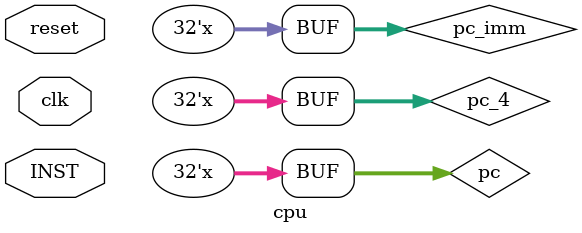
<source format=sv>
module cpu(
input logic [31:0] INST,
input clk , 
input reset);

 //PC 
logic [31:0] pc,  pc_4;
logic [31:0]pc_imm;
//

logic INST_ADD, INST_SUB, INST_OR, INST_AND, INST_beq, INST_LW, INST_SW;
logic out1, out2, zero, out_alu;
logic [31:0] memory_addr, write_data, out_mem;


decode decode_cpu(INST, clk, INST_ADD, INST_SUB, INST_OR, INST_AND,INST_beq, INST_LW, INST_SW);
rd rd_cpu(INST[19:15], INST[24:20], INST[11:7], out_mem, INST_LW, clk, out1, out2); 
alu alu_cpu(clk, INST_ADD, INST_SUB, INST_OR, INST_AND, INST_beq, out1, out2, zero, out_alu); 
datamemmory dmem_cpu(INST_SW, INST_LW, clk, memory_addr, write_data, out_mem);

 always @ (clk) begin
    if (reset) begin
        pc <= 32'h0;
    end else begin
        pc_4 <=pc + 4;
        pc_imm <= pc+ ((INST[31:25]<< 4) + INST[11:7]);
    end

pc <=(zero & INST_beq)? pc_4:pc_imm ;

end
endmodule


</source>
